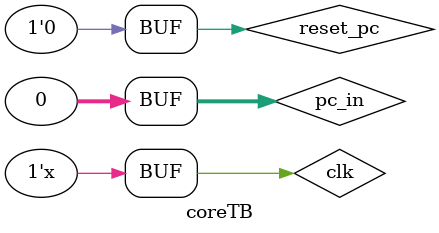
<source format=v>
`timescale 1ns / 1ps
module coreTB();


	parameter CLK_PERIOD = 10; // 10 ns = 100 MHz
	parameter ADDRESS_INSTRUCCION = 32;

	reg clk;
	reg [ADDRESS_INSTRUCCION-1:0] pc_in;
	reg reset_pc;
	
	NucleoTop DUT(
		.clk(clk),
		.pc_in(pc_in),
		.reset_pc(reset_pc)
	);
	

	initial clk = 1'b0;
		
	always #(CLK_PERIOD/2.0)begin
	
		clk = ~clk;
	end
	
	initial 
	begin
		reset_pc = 1'b1;
		pc_in = 32'b0;
		#(CLK_PERIOD*3);

		reset_pc = 1'b0;
		#100;
			
		#100;
	end
	

endmodule

</source>
